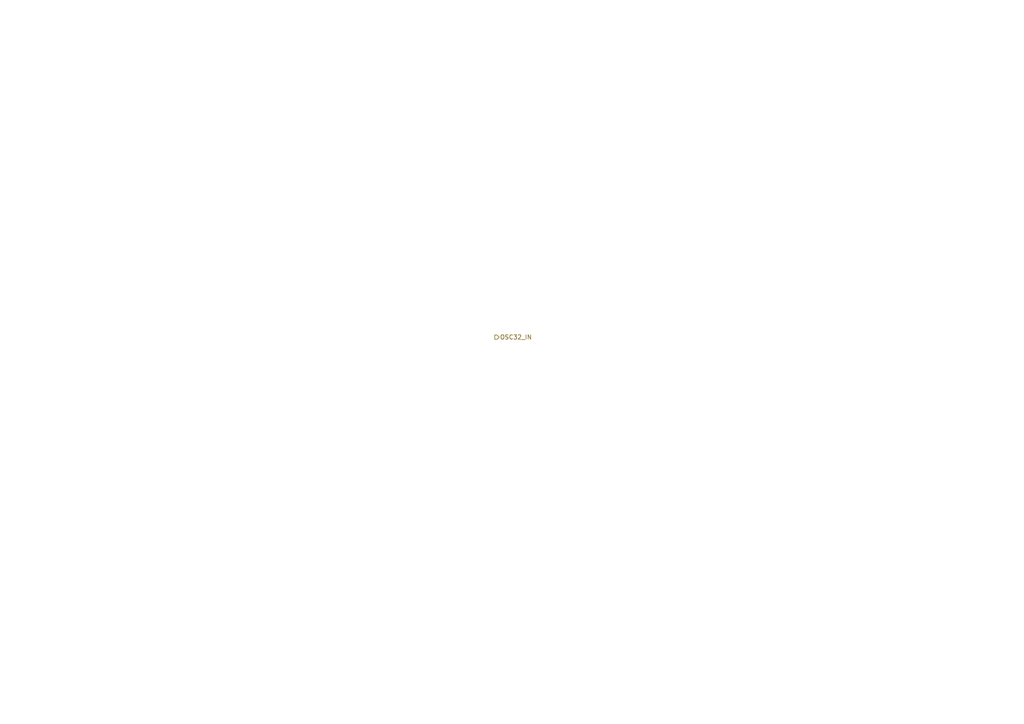
<source format=kicad_sch>
(kicad_sch
	(version 20250114)
	(generator "eeschema")
	(generator_version "9.0")
	(uuid "ce97fc11-0b99-49a8-8762-4ba98c92c018")
	(paper "A4")
	(lib_symbols)
	(hierarchical_label "OSC32_IN"
		(shape output)
		(at 143.51 97.79 0)
		(effects
			(font
				(size 1.27 1.27)
			)
			(justify left)
		)
		(uuid "e3cd1da1-607c-462b-a0a7-ec0eb87a5ab7")
	)
)

</source>
